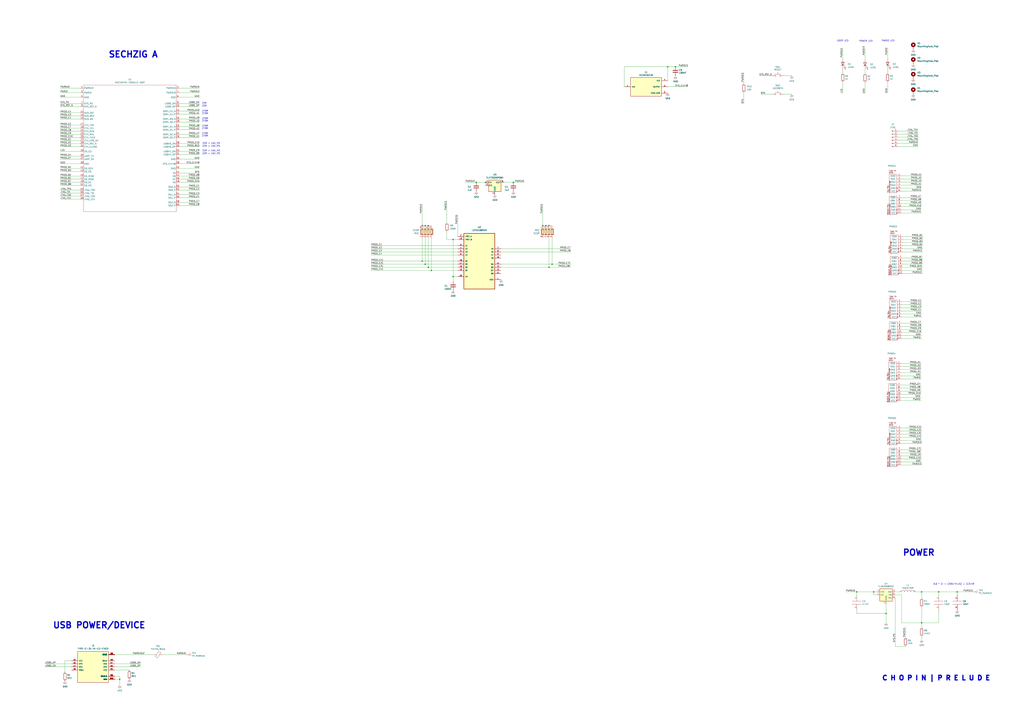
<source format=kicad_sch>
(kicad_sch (version 20231120) (generator "eeschema") (generator_version "8.0")
  (paper "A1")
  (title_block (title "Chopin Prelude Motherboard") (date "2025-04-22") (rev "V0") (company "Copyright © 2025 Lone Dynamics Corporation"))
  (junction (at 421.64 149.86))
  (junction (at 346.71 185.42))
  (junction (at 448.31 185.42))
  (junction (at 450.85 185.42))
  (junction (at 354.33 222.25))
  (junction (at 372.11 196.85))
  (junction (at 351.79 185.42))
  (junction (at 756.92 486.41))
  (junction (at 554.736 54.864))
  (junction (at 445.77 185.42))
  (junction (at 398.78 149.86))
  (junction (at 727.71 504.19))
  (junction (at 756.92 511.81))
  (junction (at 349.25 185.42))
  (junction (at 770.89 486.41))
  (junction (at 717.55 486.41))
  (junction (at 346.71 214.63))
  (junction (at 372.11 227.33))
  (junction (at 548.386 54.864))
  (junction (at 453.39 217.17))
  (junction (at 351.79 219.71))
  (junction (at 349.25 217.17))
  (junction (at 703.58 486.41))
  (junction (at 450.85 219.71))
  (junction (at 98.298 558.292))
  (junction (at 786.13 486.41))
  (junction (at 391.16 149.86))
  (wire (pts (xy 757.174 250.444) (xy 740.664 250.444)))
  (wire (pts (xy 49.53 80.01) (xy 66.04 80.01)))
  (wire (pts (xy 757.936 222.25) (xy 741.426 222.25)))
  (wire (pts (xy 754.126 112.776) (xy 737.616 112.776)))
  (wire (pts (xy 372.11 196.85) (xy 367.03 196.85)))
  (wire (pts (xy 756.666 301.244) (xy 740.156 301.244)))
  (wire (pts (xy 304.8 222.25) (xy 354.33 222.25)))
  (wire (pts (xy 346.71 185.42) (xy 349.25 185.42)))
  (wire (pts (xy 147.32 168.91) (xy 163.83 168.91)))
  (wire (pts (xy 94.234 555.752) (xy 98.298 555.752)))
  (wire (pts (xy 756.92 157.226) (xy 740.41 157.226)))
  (wire (pts (xy 770.89 488.95) (xy 770.89 486.41)))
  (wire (pts (xy 623.57 62.23) (xy 633.73 62.23)))
  (wire (pts (xy 450.85 195.58) (xy 450.85 219.71)))
  (wire (pts (xy 756.666 303.784) (xy 740.156 303.784)))
  (wire (pts (xy 743.712 523.748) (xy 743.712 514.858)))
  (wire (pts (xy 147.32 162.56) (xy 163.83 162.56)))
  (wire (pts (xy 49.53 152.4) (xy 66.04 152.4)))
  (wire (pts (xy 382.27 149.86) (xy 391.16 149.86)))
  (wire (pts (xy 448.31 185.42) (xy 450.85 185.42)))
  (wire (pts (xy 756.92 361.95) (xy 740.41 361.95)))
  (wire (pts (xy 147.32 166.37) (xy 163.83 166.37)))
  (wire (pts (xy 757.936 194.31) (xy 741.426 194.31)))
  (wire (pts (xy 94.234 558.292) (xy 98.298 558.292)))
  (wire (pts (xy 49.53 163.83) (xy 66.04 163.83)))
  (wire (pts (xy 346.71 185.42) (xy 346.71 167.64)))
  (wire (pts (xy 49.53 107.95) (xy 66.04 107.95)))
  (wire (pts (xy 98.298 558.292) (xy 98.298 563.118)))
  (wire (pts (xy 372.11 227.33) (xy 372.11 231.14)))
  (wire (pts (xy 49.53 138.43) (xy 66.04 138.43)))
  (wire (pts (xy 346.71 214.63) (xy 375.92 214.63)))
  (wire (pts (xy 354.33 222.25) (xy 375.92 222.25)))
  (wire (pts (xy 304.8 201.93) (xy 375.92 201.93)))
  (wire (pts (xy 49.53 102.87) (xy 66.04 102.87)))
  (wire (pts (xy 757.174 265.684) (xy 740.664 265.684)))
  (wire (pts (xy 717.55 486.41) (xy 720.09 486.41)))
  (wire (pts (xy 147.32 76.2) (xy 163.83 76.2)))
  (wire (pts (xy 49.53 161.29) (xy 66.04 161.29)))
  (wire (pts (xy 450.85 219.71) (xy 468.63 219.71)))
  (wire (pts (xy 757.174 278.384) (xy 740.664 278.384)))
  (wire (pts (xy 756.92 167.386) (xy 740.41 167.386)))
  (wire (pts (xy 735.33 491.49) (xy 735.33 531.368)))
  (wire (pts (xy 147.32 118.11) (xy 163.83 118.11)))
  (wire (pts (xy 512.826 71.374) (xy 512.826 54.864)))
  (wire (pts (xy 624.84 77.47) (xy 633.73 77.47)))
  (wire (pts (xy 349.25 217.17) (xy 375.92 217.17)))
  (wire (pts (xy 53.34 552.196) (xy 53.34 543.052)))
  (wire (pts (xy 49.53 113.03) (xy 66.04 113.03)))
  (wire (pts (xy 735.33 531.368) (xy 743.712 531.368)))
  (wire (pts (xy 786.13 486.41) (xy 798.83 486.41)))
  (wire (pts (xy 147.32 149.86) (xy 163.83 149.86)))
  (wire (pts (xy 650.24 62.23) (xy 643.89 62.23)))
  (wire (pts (xy 786.13 486.41) (xy 786.13 488.95)))
  (wire (pts (xy 49.53 124.46) (xy 66.04 124.46)))
  (wire (pts (xy 49.53 156.21) (xy 66.04 156.21)))
  (wire (pts (xy 98.298 555.752) (xy 98.298 558.292)))
  (wire (pts (xy 756.666 326.644) (xy 740.156 326.644)))
  (wire (pts (xy 147.32 134.62) (xy 163.83 134.62)))
  (wire (pts (xy 703.58 486.41) (xy 717.55 486.41)))
  (wire (pts (xy 757.936 196.85) (xy 741.426 196.85)))
  (wire (pts (xy 757.936 199.39) (xy 741.426 199.39)))
  (wire (pts (xy 49.53 87.63) (xy 66.04 87.63)))
  (wire (pts (xy 147.32 106.68) (xy 163.83 106.68)))
  (wire (pts (xy 49.53 95.25) (xy 66.04 95.25)))
  (wire (pts (xy 757.936 204.47) (xy 741.426 204.47)))
  (wire (pts (xy 147.32 142.24) (xy 163.83 142.24)))
  (wire (pts (xy 49.53 149.86) (xy 66.04 149.86)))
  (wire (pts (xy 147.32 147.32) (xy 163.83 147.32)))
  (wire (pts (xy 147.32 144.78) (xy 163.83 144.78)))
  (wire (pts (xy 49.53 110.49) (xy 66.04 110.49)))
  (wire (pts (xy 453.39 217.17) (xy 468.63 217.17)))
  (wire (pts (xy 720.09 488.95) (xy 717.55 488.95)))
  (wire (pts (xy 147.32 160.02) (xy 163.83 160.02)))
  (wire (pts (xy 49.53 92.71) (xy 66.04 92.71)))
  (wire (pts (xy 717.55 488.95) (xy 717.55 486.41)))
  (wire (pts (xy 49.53 115.57) (xy 66.04 115.57)))
  (wire (pts (xy 756.92 515.62) (xy 756.92 511.81)))
  (wire (pts (xy 147.32 110.49) (xy 163.83 110.49)))
  (wire (pts (xy 754.126 115.316) (xy 737.616 115.316)))
  (wire (pts (xy 147.32 100.33) (xy 163.83 100.33)))
  (wire (pts (xy 147.32 97.79) (xy 163.83 97.79)))
  (wire (pts (xy 94.234 537.972) (xy 125.984 537.972)))
  (wire (pts (xy 37.084 545.592) (xy 58.674 545.592)))
  (wire (pts (xy 304.8 209.55) (xy 375.92 209.55)))
  (wire (pts (xy 49.53 134.62) (xy 66.04 134.62)))
  (wire (pts (xy 735.33 488.95) (xy 740.41 488.95)))
  (wire (pts (xy 351.79 195.58) (xy 351.79 219.71)))
  (wire (pts (xy 304.8 219.71) (xy 351.79 219.71)))
  (wire (pts (xy 757.174 268.224) (xy 740.664 268.224)))
  (wire (pts (xy 304.8 204.47) (xy 375.92 204.47)))
  (wire (pts (xy 756.92 525.78) (xy 756.92 523.24)))
  (wire (pts (xy 756.92 359.41) (xy 740.41 359.41)))
  (wire (pts (xy 650.24 77.47) (xy 643.89 77.47)))
  (wire (pts (xy 398.78 149.86) (xy 398.78 152.4)))
  (wire (pts (xy 757.936 219.71) (xy 741.426 219.71)))
  (wire (pts (xy 354.33 195.58) (xy 354.33 222.25)))
  (wire (pts (xy 548.386 66.294) (xy 548.386 54.864)))
  (wire (pts (xy 757.936 207.01) (xy 741.426 207.01)))
  (wire (pts (xy 756.666 298.704) (xy 740.156 298.704)))
  (wire (pts (xy 37.084 548.132) (xy 58.674 548.132)))
  (wire (pts (xy 754.126 120.396) (xy 737.616 120.396)))
  (wire (pts (xy 756.92 372.11) (xy 740.41 372.11)))
  (wire (pts (xy 53.34 543.052) (xy 58.674 543.052)))
  (wire (pts (xy 727.71 504.19) (xy 703.58 504.19)))
  (wire (pts (xy 692.15 76.454) (xy 692.15 67.564)))
  (wire (pts (xy 754.126 117.856) (xy 737.616 117.856)))
  (wire (pts (xy 770.89 486.41) (xy 786.13 486.41)))
  (wire (pts (xy 757.174 252.984) (xy 740.664 252.984)))
  (wire (pts (xy 375.92 194.31) (xy 375.92 176.53)))
  (wire (pts (xy 756.92 152.146) (xy 740.41 152.146)))
  (wire (pts (xy 49.53 72.39) (xy 66.04 72.39)))
  (wire (pts (xy 756.92 149.606) (xy 740.41 149.606)))
  (wire (pts (xy 147.32 120.65) (xy 163.83 120.65)))
  (wire (pts (xy 756.92 354.33) (xy 740.41 354.33)))
  (wire (pts (xy 445.77 185.42) (xy 445.77 167.64)))
  (wire (pts (xy 756.92 356.87) (xy 740.41 356.87)))
  (wire (pts (xy 351.79 185.42) (xy 354.33 185.42)))
  (wire (pts (xy 727.71 496.57) (xy 727.71 504.19)))
  (wire (pts (xy 728.98 56.134) (xy 728.98 59.944)))
  (wire (pts (xy 147.32 72.39) (xy 163.83 72.39)))
  (wire (pts (xy 757.174 258.064) (xy 740.664 258.064)))
  (wire (pts (xy 757.936 201.93) (xy 741.426 201.93)))
  (wire (pts (xy 756.666 308.864) (xy 740.156 308.864)))
  (wire (pts (xy 421.64 149.86) (xy 430.53 149.86)))
  (wire (pts (xy 756.92 491.49) (xy 756.92 486.41)))
  (wire (pts (xy 756.92 511.81) (xy 770.89 511.81)))
  (wire (pts (xy 375.92 196.85) (xy 372.11 196.85)))
  (wire (pts (xy 610.87 85.09) (xy 610.87 76.2)))
  (wire (pts (xy 49.53 120.65) (xy 66.04 120.65)))
  (wire (pts (xy 756.92 369.57) (xy 740.41 369.57)))
  (wire (pts (xy 757.174 270.764) (xy 740.664 270.764)))
  (wire (pts (xy 703.58 501.65) (xy 703.58 504.19)))
  (wire (pts (xy 756.92 164.846) (xy 740.41 164.846)))
  (wire (pts (xy 147.32 87.63) (xy 163.83 87.63)))
  (wire (pts (xy 757.174 255.524) (xy 740.664 255.524)))
  (wire (pts (xy 757.174 275.844) (xy 740.664 275.844)))
  (wire (pts (xy 450.85 185.42) (xy 453.39 185.42)))
  (wire (pts (xy 133.604 537.972) (xy 152.654 537.972)))
  (wire (pts (xy 548.386 54.864) (xy 554.736 54.864)))
  (wire (pts (xy 728.98 76.454) (xy 728.98 67.564)))
  (wire (pts (xy 756.92 486.41) (xy 770.89 486.41)))
  (wire (pts (xy 756.92 379.73) (xy 740.41 379.73)))
  (wire (pts (xy 49.53 105.41) (xy 66.04 105.41)))
  (wire (pts (xy 757.936 224.79) (xy 741.426 224.79)))
  (wire (pts (xy 610.87 68.58) (xy 610.87 59.69)))
  (wire (pts (xy 756.666 311.404) (xy 740.156 311.404)))
  (wire (pts (xy 147.32 85.09) (xy 163.83 85.09)))
  (wire (pts (xy 756.92 511.81) (xy 740.41 511.81)))
  (wire (pts (xy 49.53 118.11) (xy 66.04 118.11)))
  (wire (pts (xy 147.32 130.81) (xy 163.83 130.81)))
  (wire (pts (xy 756.666 329.184) (xy 740.156 329.184)))
  (wire (pts (xy 147.32 80.01) (xy 163.83 80.01)))
  (wire (pts (xy 147.32 153.67) (xy 163.83 153.67)))
  (wire (pts (xy 757.936 217.17) (xy 741.426 217.17)))
  (wire (pts (xy 710.438 56.388) (xy 710.438 60.198)))
  (wire (pts (xy 756.92 144.526) (xy 740.41 144.526)))
  (wire (pts (xy 757.936 214.63) (xy 741.426 214.63)))
  (wire (pts (xy 304.8 207.01) (xy 375.92 207.01)))
  (wire (pts (xy 414.02 149.86) (xy 421.64 149.86)))
  (wire (pts (xy 346.71 195.58) (xy 346.71 214.63)))
  (wire (pts (xy 756.92 147.066) (xy 740.41 147.066)))
  (wire (pts (xy 710.438 76.708) (xy 710.438 67.818)))
  (wire (pts (xy 349.25 195.58) (xy 349.25 217.17)))
  (wire (pts (xy 756.666 321.564) (xy 740.156 321.564)))
  (wire (pts (xy 411.48 207.01) (xy 468.63 207.01)))
  (wire (pts (xy 49.53 85.09) (xy 66.04 85.09)))
  (wire (pts (xy 756.666 306.324) (xy 740.156 306.324)))
  (wire (pts (xy 554.736 54.864) (xy 564.896 54.864)))
  (wire (pts (xy 94.234 545.592) (xy 115.824 545.592)))
  (wire (pts (xy 94.234 550.672) (xy 106.172 550.672)))
  (wire (pts (xy 756.92 351.79) (xy 740.41 351.79)))
  (wire (pts (xy 756.92 175.006) (xy 740.41 175.006)))
  (wire (pts (xy 49.53 97.79) (xy 66.04 97.79)))
  (wire (pts (xy 411.48 219.71) (xy 450.85 219.71)))
  (wire (pts (xy 411.48 204.47) (xy 468.63 204.47)))
  (wire (pts (xy 756.92 162.306) (xy 740.41 162.306)))
  (wire (pts (xy 756.666 316.484) (xy 740.156 316.484)))
  (wire (pts (xy 147.32 104.14) (xy 163.83 104.14)))
  (wire (pts (xy 147.32 93.98) (xy 163.83 93.98)))
  (wire (pts (xy 349.25 185.42) (xy 351.79 185.42)))
  (wire (pts (xy 756.666 324.104) (xy 740.156 324.104)))
  (wire (pts (xy 367.03 182.88) (xy 367.03 165.1)))
  (wire (pts (xy 453.39 195.58) (xy 453.39 217.17)))
  (wire (pts (xy 548.386 71.374) (xy 564.896 71.374)))
  (wire (pts (xy 351.79 219.71) (xy 375.92 219.71)))
  (wire (pts (xy 756.666 319.024) (xy 740.156 319.024)))
  (wire (pts (xy 147.32 127) (xy 163.83 127)))
  (wire (pts (xy 756.92 382.27) (xy 740.41 382.27)))
  (wire (pts (xy 703.58 488.95) (xy 703.58 486.41)))
  (wire (pts (xy 756.92 169.926) (xy 740.41 169.926)))
  (wire (pts (xy 391.16 149.86) (xy 398.78 149.86)))
  (wire (pts (xy 372.11 227.33) (xy 375.92 227.33)))
  (wire (pts (xy 304.8 214.63) (xy 346.71 214.63)))
  (wire (pts (xy 756.92 486.41) (xy 751.84 486.41)))
  (wire (pts (xy 756.92 377.19) (xy 740.41 377.19)))
  (wire (pts (xy 49.53 144.78) (xy 66.04 144.78)))
  (wire (pts (xy 757.174 273.304) (xy 740.664 273.304)))
  (wire (pts (xy 740.41 488.95) (xy 740.41 511.81)))
  (wire (pts (xy 367.03 196.85) (xy 367.03 190.5)))
  (wire (pts (xy 692.15 48.514) (xy 692.15 39.624)))
  (wire (pts (xy 727.71 504.19) (xy 727.71 511.81)))
  (wire (pts (xy 770.89 511.81) (xy 770.89 501.65)))
  (wire (pts (xy 694.69 486.41) (xy 703.58 486.41)))
  (wire (pts (xy 728.98 48.514) (xy 728.98 39.624)))
  (wire (pts (xy 754.126 107.696) (xy 737.616 107.696)))
  (wire (pts (xy 147.32 91.44) (xy 163.83 91.44)))
  (wire (pts (xy 757.174 247.904) (xy 740.664 247.904)))
  (wire (pts (xy 756.92 499.11) (xy 756.92 511.81)))
  (wire (pts (xy 757.936 212.09) (xy 741.426 212.09)))
  (wire (pts (xy 49.53 128.27) (xy 66.04 128.27)))
  (wire (pts (xy 49.53 76.2) (xy 66.04 76.2)))
  (wire (pts (xy 411.48 217.17) (xy 453.39 217.17)))
  (wire (pts (xy 757.174 260.604) (xy 740.664 260.604)))
  (wire (pts (xy 49.53 158.75) (xy 66.04 158.75)))
  (wire (pts (xy 754.126 110.236) (xy 737.616 110.236)))
  (wire (pts (xy 147.32 124.46) (xy 163.83 124.46)))
  (wire (pts (xy 147.32 113.03) (xy 163.83 113.03)))
  (wire (pts (xy 756.92 364.49) (xy 740.41 364.49)))
  (wire (pts (xy 445.77 185.42) (xy 448.31 185.42)))
  (wire (pts (xy 735.33 486.41) (xy 739.14 486.41)))
  (wire (pts (xy 756.92 374.65) (xy 740.41 374.65)))
  (wire (pts (xy 756.92 172.466) (xy 740.41 172.466)))
  (wire (pts (xy 147.32 138.43) (xy 163.83 138.43)))
  (wire (pts (xy 49.53 147.32) (xy 66.04 147.32)))
  (wire (pts (xy 94.234 548.132) (xy 115.824 548.132)))
  (wire (pts (xy 372.11 196.85) (xy 372.11 227.33)))
  (wire (pts (xy 304.8 217.17) (xy 349.25 217.17)))
  (wire (pts (xy 49.53 130.81) (xy 66.04 130.81)))
  (wire (pts (xy 147.32 156.21) (xy 163.83 156.21)))
  (wire (pts (xy 49.53 140.97) (xy 66.04 140.97)))
  (wire (pts (xy 512.826 54.864) (xy 548.386 54.864)))
  (wire (pts (xy 692.15 56.134) (xy 692.15 59.944)))
  (wire (pts (xy 756.92 154.686) (xy 740.41 154.686)))
  (wire (pts (xy 710.438 48.768) (xy 710.438 39.878)))
  (text "PWRIO LED" (at 724.154 34.29 0) (effects (font (size 1.27 1.27)) (justify left bottom)))
  (text "C H O P I N | P R E L U D E" (at 724.154 559.562 0) (effects (font (size 3.81 3.81) (thickness 1) (bold yes)) (justify left bottom)))
  (text "0.6 * (1 + (200/44.2)) = 3.3149" (at 766.572 480.822 0) (effects (font (size 1.27 1.27)) (justify left bottom)))
  (text "USER LED" (at 687.324 34.29 0) (effects (font (size 1.27 1.27)) (justify left bottom)))
  (text "22R + 15K_PD" (at 166.116 118.618 0) (effects (font (size 1.27 1.27)) (justify left bottom)))
  (text "22R" (at 165.862 87.884 0) (effects (font (size 1.27 1.27)) (justify left bottom)))
  (text "POWER" (at 741.172 457.2 0) (effects (font (size 5 5) (thickness 1) (bold yes)) (justify left bottom)))
  (text "SECHZIG A" (at 88.9 47.752 0) (effects (font (size 5 5) (thickness 1) (bold yes)) (justify left bottom)))
  (text "POWER LED" (at 705.612 34.544 0) (effects (font (size 1.27 1.27)) (justify left bottom)))
  (text "270R\n270R\n\n270R\n270R\n\n270R\n270R\n\n270R\n270R" (at 165.862 112.522 0) (effects (font (size 1.27 1.27)) (justify left bottom)))
  (text "USB POWER/DEVICE" (at 43.18 516.89 0) (effects (font (size 5 5) (thickness 1) (bold yes)) (justify left bottom)))
  (text "22R" (at 165.862 85.598 0) (effects (font (size 1.27 1.27)) (justify left bottom)))
  (text "22R + 15K_PD" (at 166.116 124.714 0) (effects (font (size 1.27 1.27)) (justify left bottom)))
  (text "22R + 15K_PD" (at 166.116 120.904 0) (effects (font (size 1.27 1.27)) (justify left bottom)))
  (text "22R + 15K_PD" (at 166.116 127 0) (effects (font (size 1.27 1.27)) (justify left bottom)))
  (label "GND" (at 163.83 80.01 180))
  (label "PWR2V5" (at 375.92 176.53 270))
  (label "PWR3V3" (at 163.83 76.2 180))
  (label "SYS_CLK48" (at 554.482 71.374 0))
  (label "USBD_DP" (at 37.084 545.592 0))
  (label "JTAG_TDO" (at 744.982 112.776 0))
  (label "PMOD_A4" (at 748.03 152.146 0))
  (label "PWR3V3" (at 445.77 167.64 270))
  (label "PMOD_E7" (at 163.83 166.37 180))
  (label "BTN" (at 624.84 77.47 0))
  (label "USBD_DP" (at 163.83 87.63 180))
  (label "GND" (at 752.348 172.466 0))
  (label "PMOD_D4" (at 747.268 306.324 0))
  (label "PMOD_E1C" (at 746.76 351.79 0))
  (label "PMOD_C4" (at 49.53 92.71 0))
  (label "PWR3V3" (at 756.92 364.49 180))
  (label "PMOD_D4" (at 49.53 128.27 0))
  (label "PWR5V0" (at 49.53 72.39 0))
  (label "PMOD_C10" (at 746.506 273.304 0))
  (label "PWR5V0" (at 694.69 486.41 0))
  (label "PWR5V0" (at 163.83 72.39 180))
  (label "PMOD_D10" (at 163.83 149.86 180))
  (label "PMOD_E3C" (at 746.76 356.87 0))
  (label "PMOD_E2" (at 163.83 156.21 180))
  (label "PMOD_C1" (at 747.776 247.904 0))
  (label "PWR3V3" (at 748.538 175.006 0))
  (label "PWRIO" (at 750.062 311.404 0))
  (label "PMOD_E4C" (at 746.76 359.41 0))
  (label "PMOD_B9" (at 163.83 127 180))
  (label "PMOD_E1C" (at 304.8 214.63 0))
  (label "PMOD_C7" (at 747.522 265.684 0))
  (label "JTAG_TDO" (at 49.53 161.29 0))
  (label "PMOD_E9" (at 747.268 374.65 0))
  (label "JTAG_TMS" (at 49.53 156.21 0))
  (label "PMOD_E10" (at 163.83 118.11 180))
  (label "PMOD_D3" (at 747.268 303.784 0))
  (label "PWR3V3" (at 346.71 167.64 270))
  (label "GND" (at 752.348 361.95 0))
  (label "PMOD_D2" (at 747.268 301.244 0))
  (label "PWR3V3" (at 692.15 47.244 90))
  (label "PMOD_A3" (at 163.83 100.33 180))
  (label "GND" (at 752.094 379.73 0))
  (label "PMOD_D3" (at 49.53 120.65 0))
  (label "PMOD_D8" (at 163.83 144.78 180))
  (label "PMOD_A8" (at 163.83 104.14 180))
  (label "PMOD_B10" (at 163.83 120.65 180))
  (label "PMOD_B3" (at 49.53 140.97 0))
  (label "PMOD_E8C" (at 746.506 372.11 0))
  (label "PMOD_A2" (at 748.03 147.066 0))
  (label "PMOD_E3C" (at 304.8 219.71 0))
  (label "PMOD_E3" (at 304.8 207.01 0))
  (label "PMOD_E8" (at 468.63 207.01 180))
  (label "GND" (at 728.98 76.454 90))
  (label "LED" (at 692.15 76.454 90))
  (label "PMOD_E3" (at 163.83 160.02 180))
  (label "PWR3V3" (at 382.27 149.86 0))
  (label "PMOD_B8" (at 49.53 152.4 0))
  (label "PWRIO" (at 728.98 45.212 90))
  (label "JTAG_TCK" (at 744.982 107.696 0))
  (label "PMOD_E7C" (at 468.63 217.17 180))
  (label "LED" (at 49.53 124.46 0))
  (label "PMOD_B2" (at 49.53 144.78 0))
  (label "GND" (at 163.83 130.81 180))
  (label "PMOD_B3" (at 748.792 199.39 0))
  (label "GND" (at 749.808 120.396 0))
  (label "PMOD_B4" (at 748.792 201.93 0))
  (label "PMOD_D9" (at 747.014 321.564 0))
  (label "PWR3V3" (at 756.92 382.27 180))
  (label "PMOD_A10" (at 163.83 91.44 180))
  (label "BTN" (at 163.83 142.24 180))
  (label "PWRIO" (at 749.808 329.184 0))
  (label "PMOD_E1" (at 163.83 153.67 180))
  (label "PMOD_A10" (at 746.76 169.926 0))
  (label "PMOD_E4" (at 163.83 162.56 180))
  (label "GND" (at 752.348 258.064 0))
  (label "PWR3V3" (at 748.792 157.226 0))
  (label "JTAG_TDI" (at 745.49 110.236 0))
  (label "PMOD_A7" (at 163.83 110.49 180))
  (label "PMOD_B7" (at 748.538 212.09 0))
  (label "PMOD_B1" (at 748.792 194.31 0))
  (label "BTN" (at 610.87 85.09 90))
  (label "PMOD_C2" (at 49.53 102.87 0))
  (label "PMOD_C8" (at 747.522 268.224 0))
  (label "GND" (at 753.11 222.25 0))
  (label "GND" (at 752.602 154.686 0))
  (label "JTAG_TCK" (at 49.53 163.83 0))
  (label "PMOD_D7" (at 747.014 316.484 0))
  (label "PMOD_D10" (at 745.998 324.104 0))
  (label "PMOD_D1" (at 747.268 298.704 0))
  (label "JTAG_TDI" (at 49.53 158.75 0))
  (label "PWR3V3" (at 367.03 165.1 270))
  (label "PMOD_C9" (at 49.53 110.49 0))
  (label "PMOD_E2C" (at 304.8 217.17 0))
  (label "PMOD_B9" (at 748.538 217.17 0))
  (label "SYS_RST_N" (at 49.53 87.63 0))
  (label "PMOD_C8" (at 49.53 107.95 0))
  (label "PMOD_E4C" (at 304.8 222.25 0))
  (label "PWR3V3" (at 791.21 486.41 0))
  (label "PMOD_C2" (at 747.776 250.444 0))
  (label "USBD_DN" (at 163.83 85.09 180))
  (label "PMOD_B7" (at 49.53 149.86 0))
  (label "PMOD_E2C" (at 746.76 354.33 0))
  (label "PMOD_A8" (at 747.776 164.846 0))
  (label "PMOD_E9" (at 163.83 124.46 180))
  (label "PWR5V0UF" (at 108.966 537.972 0))
  (label "PMOD_B2" (at 748.792 196.85 0))
  (label "PMOD_A9" (at 747.776 167.386 0))
  (label "PMOD_A4" (at 163.83 93.98 180))
  (label "PMOD_B1" (at 49.53 147.32 0))
  (label "PMOD_E8" (at 163.83 168.91 180))
  (label "PMOD_C10" (at 49.53 113.03 0))
  (label "GND" (at 49.53 134.62 0))
  (label "PMOD_E4" (at 304.8 209.55 0))
  (label "PWRIO" (at 750.062 278.384 0))
  (label "PWR5V0" (at 145.034 537.972 0))
  (label "USBD_DN" (at 37.084 548.132 0))
  (label "PMOD_C1" (at 49.53 97.79 0))
  (label "PMOD_A7" (at 747.776 162.306 0))
  (label "GND" (at 753.364 204.47 0))
  (label "PMOD_E1" (at 304.8 201.93 0))
  (label "PWR3V3" (at 749.3 224.79 0))
  (label "SYS_RST_N" (at 623.57 62.23 0))
  (label "PWR2V5" (at 430.53 149.86 180))
  (label "PMOD_D9" (at 163.83 147.32 180))
  (label "PWRIO" (at 49.53 76.2 0))
  (label "PMOD_E10" (at 746.252 377.19 0))
  (label "SYS_PG" (at 49.53 85.09 0))
  (label "PMOD_E2" (at 304.8 204.47 0))
  (label "PMOD_E7C" (at 746.506 369.57 0))
  (label "PWR3V3" (at 610.87 59.69 270))
  (label "PMOD_B10" (at 747.014 219.71 0))
  (label "GND" (at 710.438 76.708 90))
  (label "PWR5V0" (at 746.252 117.856 0))
  (label "USBD_DP" (at 106.68 548.132 0))
  (label "GND" (at 752.094 308.864 0))
  (label "PWR3V3" (at 743.712 523.748 90))
  (label "PMOD_A3" (at 748.03 149.606 0))
  (label "GND" (at 751.84 326.644 0))
  (label "PMOD_A2" (at 163.83 106.68 180))
  (label "PMOD_C7" (at 49.53 105.41 0))
  (label "PMOD_C4" (at 747.776 255.524 0))
  (label "PWR3V3" (at 710.438 45.466 90))
  (label "PMOD_C3" (at 747.776 252.984 0))
  (label "PMOD_B8" (at 748.538 214.63 0))
  (label "PWR3V3" (at 749.554 207.01 0))
  (label "SYS_CLK48" (at 163.83 134.62 180))
  (label "PMOD_D1" (at 49.53 115.57 0))
  (label "PMOD_A1" (at 163.83 113.03 180))
  (label "JTAG_TMS" (at 744.982 115.316 0))
  (label "PWRIO" (at 750.316 260.604 0))
  (label "PMOD_A1" (at 748.03 144.526 0))
  (label "PMOD_E7" (at 468.63 204.47 180))
  (label "PMOD_C9" (at 747.522 270.764 0))
  (label "GND" (at 49.53 80.01 0))
  (label "PMOD_E8C" (at 468.63 219.71 180))
  (label "PMOD_A9" (at 163.83 97.79 180))
  (label "USBD_DN" (at 106.68 545.592 0))
  (label "PMOD_D2" (at 49.53 118.11 0))
  (label "GND" (at 163.83 138.43 180))
  (label "SYS_PG" (at 735.33 527.812 90))
  (label "PMOD_B4" (at 49.53 138.43 0))
  (label "PWR3V3" (at 557.276 54.864 0))
  (label "GND" (at 752.094 275.844 0))
  (label "PMOD_D7" (at 49.53 130.81 0))
  (label "PMOD_D8" (at 747.014 319.024 0))
  (label "PMOD_C3" (at 49.53 95.25 0))
  (symbol (lib_id "KC2016Z:KC2016Z13.5600C1KX00") (at 530.606 71.374 0) (unit 1)
    (property "Reference" "Y1" (at 530.606 59.5122 0))
    (property "Value" "KC2016Z48" (at 530.606 61.8236 0))
    (property "Footprint" "LD-CRYSTALS:OSC_KC2016Z13.5600C1KX00" (effects (hide yes)))
    (property "STANDARD" "Manufacturer Recommendations" (effects (hide yes)))
    (property "MANUFACTURER" "Kyocera" (effects (hide yes)))
    (property "PARTREV" "November 2020" (effects (hide yes)))
    (property "MAXIMUM_PACKAGE_HIEGHT" "0.8 mm" (effects (hide yes)))
  )
  (symbol (lib_id "power:GND") (at 548.386 76.454 0) (unit 1)
    (property "Reference" "#PWR019" (effects (hide yes)))
    (property "Value" "GND" (at 548.513 80.8482 0))
  )
  (symbol (lib_id "Device:C") (at 554.736 58.674 0) (unit 1)
    (property "Reference" "C9" (at 557.657 57.5056 0) (effects (justify left)))
    (property "Value" "100nF" (at 557.657 59.817 0) (effects (justify left)))
    (property "Footprint" "Capacitor_SMD:C_0603_1608Metric" (effects (hide yes)))
  )
  (symbol (lib_id "pspice:C") (at 703.58 495.3 0) (unit 1)
    (property "Reference" "C3" (at 708.1012 494.1316 0) (effects (justify left)))
    (property "Value" "4.7uF" (at 708.1012 496.443 0) (effects (justify left)))
    (property "Footprint" "Capacitor_SMD:C_0603_1608Metric" (effects (hide yes)))
  )
  (symbol (lib_id "pspice:C") (at 770.89 495.3 0) (unit 1)
    (property "Reference" "C5" (at 775.4112 494.1316 0) (effects (justify left)))
    (property "Value" "10pF" (at 775.4112 496.443 0) (effects (justify left)))
    (property "Footprint" "Capacitor_SMD:C_0603_1608Metric" (effects (hide yes)))
  )
  (symbol (lib_id "power:GND") (at 786.13 501.65 0) (unit 1)
    (property "Reference" "#PWR016" (effects (hide yes)))
    (property "Value" "GND" (at 786.257 506.0442 0))
  )
  (symbol (lib_id "power:GND") (at 756.92 525.78 0) (unit 1)
    (property "Reference" "#PWR08" (effects (hide yes)))
    (property "Value" "GND" (at 757.047 530.1742 0))
  )
  (symbol (lib_id "power:GND") (at 727.71 511.81 0) (unit 1)
    (property "Reference" "#PWR07" (effects (hide yes)))
    (property "Value" "GND" (at 727.837 516.2042 0))
  )
  (symbol (lib_id "Device:Ferrite_Bead") (at 129.794 537.972 270) (unit 1)
    (property "Reference" "FB1" (at 129.794 531.0124 90))
    (property "Value" "Ferrite_Bead" (at 129.794 533.3238 90))
    (property "Footprint" "Resistor_SMD:R_0603_1608Metric" (effects (hide yes)))
  )
  (symbol (lib_id "Device:R") (at 53.34 556.006 0) (unit 1)
    (property "Reference" "R1" (at 55.118 554.8376 0) (effects (justify left)))
    (property "Value" "5K1" (at 55.118 557.149 0) (effects (justify left)))
    (property "Footprint" "Resistor_SMD:R_0603_1608Metric" (effects (hide yes)))
  )
  (symbol (lib_id "Device:R") (at 106.172 554.482 0) (unit 1)
    (property "Reference" "R4" (at 107.95 553.3136 0) (effects (justify left)))
    (property "Value" "5K1" (at 107.95 555.625 0) (effects (justify left)))
    (property "Footprint" "Resistor_SMD:R_0603_1608Metric" (effects (hide yes)))
  )
  (symbol (lib_id "Connector:TestPoint") (at 798.83 486.41 270) (unit 1)
    (property "Reference" "TP2" (at 803.6052 485.2416 90) (effects (justify left)))
    (property "Value" "TP_PWR3V3" (at 803.6052 487.553 90) (effects (justify left)))
    (property "Footprint" "TestPoint:TestPoint_THTPad_D1.0mm_Drill0.5mm" (effects (hide yes)))
  )
  (symbol (lib_id "power:GND") (at 554.736 62.484 0) (unit 1)
    (property "Reference" "#PWR020" (effects (hide yes)))
    (property "Value" "GND" (at 554.863 66.8782 0))
  )
  (symbol (lib_id "power:GND") (at 106.172 558.292 0) (unit 1)
    (property "Reference" "#PWR03" (effects (hide yes)))
    (property "Value" "GND" (at 106.299 562.6862 0))
  )
  (symbol (lib_id "power:GND") (at 53.34 559.816 0) (unit 1)
    (property "Reference" "#PWR01" (effects (hide yes)))
    (property "Value" "GND" (at 53.467 564.2102 0))
  )
  (symbol (lib_id "power:GND") (at 98.298 563.118 0) (unit 1)
    (property "Reference" "#PWR02" (effects (hide yes)))
    (property "Value" "GND" (at 98.425 567.5122 0))
  )
  (symbol (lib_id "Switch:SW_Push") (at 638.81 62.23 0) (unit 1)
    (property "Reference" "SW1" (at 638.81 54.991 0))
    (property "Value" "RESET" (at 638.81 57.3024 0))
    (property "Footprint" "LD-SWITCH:Button_2P_3x4mm" (effects (hide yes)))
  )
  (symbol (lib_id "power:GND") (at 650.24 62.23 0) (unit 1)
    (property "Reference" "#PWR013" (effects (hide yes)))
    (property "Value" "GND" (at 650.367 66.6242 0))
  )
  (symbol (lib_id "pspice:C") (at 786.13 495.3 0) (unit 1)
    (property "Reference" "C6" (at 790.6512 494.1316 0) (effects (justify left)))
    (property "Value" "10uF" (at 790.6512 496.443 0) (effects (justify left)))
    (property "Footprint" "Capacitor_SMD:C_0603_1608Metric" (effects (hide yes)))
  )
  (symbol (lib_id "Device:R") (at 756.92 495.3 0) (unit 1)
    (property "Reference" "R7" (at 758.698 494.1316 0) (effects (justify left)))
    (property "Value" "200K" (at 758.698 496.443 0) (effects (justify left)))
    (property "Footprint" "Resistor_SMD:R_0603_1608Metric" (effects (hide yes)))
  )
  (symbol (lib_id "Device:R") (at 756.92 519.43 0) (unit 1)
    (property "Reference" "R8" (at 758.698 518.2616 0) (effects (justify left)))
    (property "Value" "44K2" (at 758.698 520.573 0) (effects (justify left)))
    (property "Footprint" "Resistor_SMD:R_0603_1608Metric" (effects (hide yes)))
  )
  (symbol (lib_id "Regulator_Switching:TLV62568DDC") (at 727.71 488.95 0) (unit 1)
    (property "Reference" "U4" (at 727.71 479.6282 0))
    (property "Value" "TLV62568DDC" (at 727.71 481.9396 0))
    (property "Footprint" "Package_TO_SOT_SMD:SOT-23-6" (effects (hide yes)))
    (property "Datasheet" "http://www.ti.com/lit/ds/symlink/tlv62568.pdf" (effects (hide yes)))
  )
  (symbol (lib_id "pspice:INDUCTOR") (at 745.49 486.41 0) (unit 1)
    (property "Reference" "L1" (at 745.49 480.949 0))
    (property "Value" "INDUCTOR" (at 745.49 483.2604 0))
    (property "Footprint" "Inductor_SMD:L_0805_2012Metric" (effects (hide yes)))
  )
  (symbol (lib_id "Device:R") (at 692.15 63.754 0) (unit 1)
    (property "Reference" "R5" (at 693.928 62.5856 0) (effects (justify left)))
    (property "Value" "1K" (at 693.928 64.897 0) (effects (justify left)))
    (property "Footprint" "Resistor_SMD:R_0603_1608Metric" (effects (hide yes)))
  )
  (symbol (lib_id "power:GND") (at 750.062 52.705 0) (unit 1)
    (property "Reference" "#PWR010" (effects (hide yes)))
    (property "Value" "GND" (at 750.062 57.15 0))
  )
  (symbol (lib_id "power:GND") (at 421.64 157.48 0) (unit 1)
    (property "Reference" "#PWR014" (effects (hide yes)))
    (property "Value" "GND" (at 421.767 161.8742 0))
  )
  (symbol (lib_id "Device:C") (at 421.64 153.67 0) (unit 1)
    (property "Reference" "C4" (at 414.528 153.67 0) (effects (justify left)))
    (property "Value" "1uF" (at 414.528 156.21 0) (effects (justify left)))
    (property "Footprint" "Capacitor_SMD:C_0402_1005Metric" (effects (hide yes)))
    (property "Description" "Unpolarized capacitor" (effects (hide yes)))
  )
  (symbol (lib_id "ld-usbc:TYPE-C-31-M-12-FIXED") (at 76.454 548.132 0) (unit 1)
    (property "Reference" "J1" (at 76.454 530.606 0))
    (property "Value" "TYPE-C-31-M-12-FIXED" (at 76.454 533.146 0))
    (property "Footprint" "LD-CONNECTORS:USB_C_Receptacle_HRO_TYPE-C-31-M-12-BIG-PADS" (effects (hide yes)))
    (property "MAXIMUM_PACKAGE_HEIGHT" "3.31mm" (effects (hide yes)))
    (property "MANUFACTURER" "HRO Electronics" (effects (hide yes)))
    (property "PARTREV" "A" (effects (hide yes)))
    (property "STANDARD" "Manufacturer Recommendations" (effects (hide yes)))
  )
  (symbol (lib_id "power:GND") (at 372.11 238.76 0) (unit 1)
    (property "Reference" "#PWR0101" (effects (hide yes)))
    (property "Value" "GND" (at 372.237 243.1542 0))
  )
  (symbol (lib_id "pmod:PMOD-Device-x2-Type-1A-GPIO") (at 737.616 208.28 0) (unit 1)
    (property "Reference" "PMOD2" (at 733.4878 186.182 0))
    (property "Value" "PMOD-Device-x2-Type-1A-GPIO" (effects (hide yes)))
    (property "Footprint" "LD-PMOD:PMOD_2x06_HOST" (effects (hide yes)))
  )
  (symbol (lib_id "LD-LOGIC:LSF0108PWR") (at 393.7 214.63 0) (unit 1)
    (property "Reference" "U2" (at 393.7 186.69 0))
    (property "Value" "LSF0108PWR" (at 393.7 189.23 0))
    (property "Footprint" "Package_SO:TSSOP-20_4.4x6.5mm_P0.65mm" (effects (hide yes)))
  )
  (symbol (lib_id "power:GND") (at 411.48 229.87 0) (unit 1)
    (property "Reference" "#PWR0102" (effects (hide yes)))
    (property "Value" "GND" (at 411.607 234.2642 0))
  )
  (symbol (lib_id "power:GND") (at 750.062 77.47 0) (unit 1)
    (property "Reference" "#PWR012" (effects (hide yes)))
    (property "Value" "GND" (at 750.062 81.915 0))
  )
  (symbol (lib_id "Device:R") (at 610.87 72.39 180) (unit 1)
    (property "Reference" "R10" (at 613.41 71.1199 0) (effects (justify right)))
    (property "Value" "10K" (at 613.41 73.6599 0) (effects (justify right)))
    (property "Footprint" "Resistor_SMD:R_0603_1608Metric" (effects (hide yes)))
    (property "Description" "Resistor" (effects (hide yes)))
  )
  (symbol (lib_id "pmod:PMOD-Device-x2-Type-1A-GPIO") (at 736.346 312.674 0) (unit 1)
    (property "Reference" "PMOD4" (at 732.2178 290.576 0))
    (property "Value" "PMOD-Device-x2-Type-1A-GPIO" (effects (hide yes)))
    (property "Footprint" "LD-PMOD:PMOD_2x06_HOST_VERTICAL" (effects (hide yes)))
  )
  (symbol (lib_id "Device:R") (at 367.03 186.69 180) (unit 1)
    (property "Reference" "R9" (at 369.57 185.4199 0) (effects (justify right)))
    (property "Value" "200K" (at 369.57 187.9599 0) (effects (justify right)))
    (property "Footprint" "Resistor_SMD:R_0402_1005Metric" (effects (hide yes)))
    (property "Description" "Resistor" (effects (hide yes)))
  )
  (symbol (lib_id "Connector:TestPoint") (at 152.654 537.972 270) (unit 1)
    (property "Reference" "TP1" (at 157.4292 536.8036 90) (effects (justify left)))
    (property "Value" "TP_PWR5V0" (at 157.4292 539.115 90) (effects (justify left)))
    (property "Footprint" "TestPoint:TestPoint_THTPad_D1.0mm_Drill0.5mm" (effects (hide yes)))
  )
  (symbol (lib_id "power:GND") (at 406.4 160.02 0) (unit 1)
    (property "Reference" "#PWR05" (effects (hide yes)))
    (property "Value" "GND" (at 406.527 164.4142 0))
  )
  (symbol (lib_id "Device:C") (at 391.16 153.67 0) (unit 1)
    (property "Reference" "C2" (at 384.048 153.67 0) (effects (justify left)))
    (property "Value" "1uF" (at 384.048 156.21 0) (effects (justify left)))
    (property "Footprint" "Capacitor_SMD:C_0402_1005Metric" (effects (hide yes)))
    (property "Description" "Unpolarized capacitor" (effects (hide yes)))
  )
  (symbol (lib_id "pmod:PMOD-Device-x2-Type-1A-GPIO") (at 736.854 261.874 0) (unit 1)
    (property "Reference" "PMOD3" (at 732.7258 239.776 0))
    (property "Value" "PMOD-Device-x2-Type-1A-GPIO" (effects (hide yes)))
    (property "Footprint" "LD-PMOD:PMOD_2x06_HOST_VERTICAL" (effects (hide yes)))
  )
  (symbol (lib_id "Device:LED") (at 710.438 52.578 90) (unit 1)
    (property "Reference" "D2" (at 714.502 52.8954 90) (effects (justify right)))
    (property "Value" "LEDG" (at 714.502 55.4354 90) (effects (justify right)))
    (property "Footprint" "LED_SMD:LED_0603_1608Metric" (effects (hide yes)))
  )
  (symbol (lib_id "pmod:PMOD-Device-x2-Type-1A-GPIO") (at 736.6 158.496 0) (unit 1)
    (property "Reference" "PMOD1" (at 732.4718 136.398 0))
    (property "Value" "PMOD-Device-x2-Type-1A-GPIO" (effects (hide yes)))
    (property "Footprint" "LD-PMOD:PMOD_2x06_HOST" (effects (hide yes)))
  )
  (symbol (lib_id "Mechanical:MountingHole_Pad") (at 750.062 38.1 0) (unit 1)
    (property "Reference" "H1" (at 753.237 35.5599 0) (effects (justify left)))
    (property "Value" "MountingHole_Pad" (at 753.237 38.0999 0) (effects (justify left)))
    (property "Footprint" "MountingHole:MountingHole_3.2mm_M3_Pad" (effects (hide yes)))
  )
  (symbol (lib_id "Device:LED") (at 728.98 52.324 90) (unit 1)
    (property "Reference" "D3" (at 733.044 52.6414 90) (effects (justify right)))
    (property "Value" "LEDG" (at 733.044 55.1814 90) (effects (justify right)))
    (property "Footprint" "LED_SMD:LED_0603_1608Metric" (effects (hide yes)))
  )
  (symbol (lib_id "power:GND") (at 391.16 157.48 0) (unit 1)
    (property "Reference" "#PWR06" (effects (hide yes)))
    (property "Value" "GND" (at 391.287 161.8742 0))
  )
  (symbol (lib_id "Mechanical:MountingHole_Pad") (at 750.062 74.93 0) (unit 1)
    (property "Reference" "H4" (at 753.237 72.3899 0) (effects (justify left)))
    (property "Value" "MountingHole_Pad" (at 753.237 74.9299 0) (effects (justify left)))
    (property "Footprint" "MountingHole:MountingHole_3.2mm_M3_Pad" (effects (hide yes)))
  )
  (symbol (lib_id "pmod:PMOD-Device-x2-Type-1A-GPIO") (at 736.6 365.76 0) (unit 1)
    (property "Reference" "PMOD5" (at 732.4718 343.662 0))
    (property "Value" "PMOD-Device-x2-Type-1A-GPIO" (effects (hide yes)))
    (property "Footprint" "LD-PMOD:PMOD_2x06_HOST" (effects (hide yes)))
  )
  (symbol (lib_id "Device:C") (at 372.11 234.95 0) (unit 1)
    (property "Reference" "C1" (at 364.998 234.95 0) (effects (justify left)))
    (property "Value" "100nF" (at 364.998 237.49 0) (effects (justify left)))
    (property "Footprint" "Capacitor_SMD:C_0402_1005Metric" (effects (hide yes)))
    (property "Description" "Unpolarized capacitor" (effects (hide yes)))
  )
  (symbol (lib_id "Connector:Conn_01x06_Male") (at 732.536 112.776 0) (unit 1)
    (property "Reference" "J2" (at 733.171 102.108 0))
    (property "Value" "JTAG" (at 733.171 104.648 0))
    (property "Footprint" "Connector_PinHeader_2.54mm:PinHeader_2x03_P2.54mm_Vertical" (effects (hide yes)))
  )
  (symbol (lib_id "Device:R_Pack04") (at 351.79 190.5 0) (unit 1)
    (property "Reference" "RN1" (at 344.17 191.7701 0) (effects (justify right)))
    (property "Value" "510R" (at 344.17 189.2301 0) (effects (justify right)))
    (property "Footprint" "Resistor_SMD:R_Array_Convex_4x0402" (effects (hide yes)))
    (property "Description" "4 resistor network, parallel topology" (effects (hide yes)))
  )
  (symbol (lib_id "power:GND") (at 750.062 64.77 0) (unit 1)
    (property "Reference" "#PWR011" (effects (hide yes)))
    (property "Value" "GND" (at 750.062 69.215 0))
  )
  (symbol (lib_id "Mechanical:MountingHole_Pad") (at 750.062 50.165 0) (unit 1)
    (property "Reference" "H2" (at 753.237 47.6249 0) (effects (justify left)))
    (property "Value" "MountingHole_Pad" (at 753.237 50.1649 0) (effects (justify left)))
    (property "Footprint" "MountingHole:MountingHole_3.2mm_M3_Pad" (effects (hide yes)))
  )
  (symbol (lib_id "Device:R") (at 728.98 63.754 0) (unit 1)
    (property "Reference" "R3" (at 730.758 62.5856 0) (effects (justify left)))
    (property "Value" "1K" (at 730.758 64.897 0) (effects (justify left)))
    (property "Footprint" "Resistor_SMD:R_0603_1608Metric" (effects (hide yes)))
  )
  (symbol (lib_id "power:GND") (at 650.24 77.47 0) (unit 1)
    (property "Reference" "#PWR04" (effects (hide yes)))
    (property "Value" "GND" (at 650.367 81.8642 0))
  )
  (symbol (lib_id "power:GND") (at 750.062 40.64 0) (unit 1)
    (property "Reference" "#PWR09" (effects (hide yes)))
    (property "Value" "GND" (at 750.062 45.085 0))
  )
  (symbol (lib_id "Device:LED") (at 692.15 52.324 90) (unit 1)
    (property "Reference" "D1" (at 696.214 52.6414 90) (effects (justify right)))
    (property "Value" "LEDW" (at 696.214 55.1814 90) (effects (justify right)))
    (property "Footprint" "LED_SMD:LED_0603_1608Metric" (effects (hide yes)))
  )
  (symbol (lib_id "Mechanical:MountingHole_Pad") (at 750.062 62.23 0) (unit 1)
    (property "Reference" "H3" (at 753.237 59.6899 0) (effects (justify left)))
    (property "Value" "MountingHole_Pad" (at 753.237 62.2299 0) (effects (justify left)))
    (property "Footprint" "MountingHole:MountingHole_3.2mm_M3_Pad" (effects (hide yes)))
  )
  (symbol (lib_id "Device:R") (at 710.438 64.008 0) (unit 1)
    (property "Reference" "R2" (at 712.216 62.8396 0) (effects (justify left)))
    (property "Value" "1K" (at 712.216 65.151 0) (effects (justify left)))
    (property "Footprint" "Resistor_SMD:R_0603_1608Metric" (effects (hide yes)))
  )
  (symbol (lib_id "Regulator_Linear:TLV73325PDBV") (at 406.4 152.4 0) (unit 1)
    (property "Reference" "U3" (at 406.4 143.51 0))
    (property "Value" "TLV73325PDBV" (at 406.4 146.05 0))
    (property "Footprint" "Package_TO_SOT_SMD:SOT-23-5" (effects (hide yes)))
    (property "Datasheet" "http://www.ti.com/lit/ds/symlink/tlv733p.pdf" (effects (hide yes)))
    (property "Description" "300mA Capacitor-Free Low Dropout Voltage Regulator, Fixed Output 2.5V, SOT-23-5" (effects (hide yes)))
  )
  (symbol (lib_id "Device:R") (at 743.712 527.558 0) (unit 1)
    (property "Reference" "R6" (at 745.49 526.3896 0) (effects (justify left)))
    (property "Value" "1K5" (at 745.49 528.701 0) (effects (justify left)))
    (property "Footprint" "Resistor_SMD:R_0603_1608Metric" (effects (hide yes)))
  )
  (symbol (lib_id "LD-MODULES:MACHDYNE-SECHZIG-GRIDFIXED") (at 106.68 123.19 0) (unit 1)
    (property "Reference" "U1" (at 106.68 65.278 0))
    (property "Value" "MACHDYNE-MODULE-60P" (at 106.68 67.818 0))
    (property "Footprint" "LD-EDGE:MACHDYNE_EDGE_SOCKET_60P" (effects (hide yes)))
  )
  (symbol (lib_id "Device:R_Pack04") (at 450.85 190.5 0) (mirror x) (unit 1)
    (property "Reference" "RN2" (at 443.23 189.2299 0) (effects (justify right)))
    (property "Value" "510R" (at 443.23 191.7699 0) (effects (justify right)))
    (property "Footprint" "Resistor_SMD:R_Array_Convex_4x0402" (effects (hide yes)))
    (property "Description" "4 resistor network, parallel topology" (effects (hide yes)))
  )
  (symbol (lib_id "Switch:SW_Push") (at 638.81 77.47 0) (unit 1)
    (property "Reference" "SW2" (at 638.81 70.231 0))
    (property "Value" "USERBTN" (at 638.81 72.5424 0))
    (property "Footprint" "LD-SWITCH:Kailh_Mute_6x6mm" (effects (hide yes)))
  )
)
</source>
